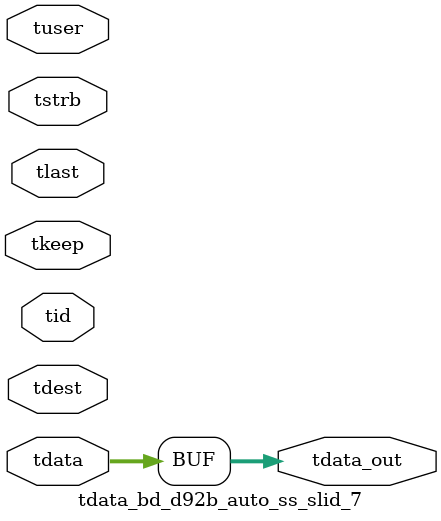
<source format=v>


`timescale 1ps/1ps

module tdata_bd_d92b_auto_ss_slid_7 #
(
parameter C_S_AXIS_TDATA_WIDTH = 32,
parameter C_S_AXIS_TUSER_WIDTH = 0,
parameter C_S_AXIS_TID_WIDTH   = 0,
parameter C_S_AXIS_TDEST_WIDTH = 0,
parameter C_M_AXIS_TDATA_WIDTH = 32
)
(
input  [(C_S_AXIS_TDATA_WIDTH == 0 ? 1 : C_S_AXIS_TDATA_WIDTH)-1:0     ] tdata,
input  [(C_S_AXIS_TUSER_WIDTH == 0 ? 1 : C_S_AXIS_TUSER_WIDTH)-1:0     ] tuser,
input  [(C_S_AXIS_TID_WIDTH   == 0 ? 1 : C_S_AXIS_TID_WIDTH)-1:0       ] tid,
input  [(C_S_AXIS_TDEST_WIDTH == 0 ? 1 : C_S_AXIS_TDEST_WIDTH)-1:0     ] tdest,
input  [(C_S_AXIS_TDATA_WIDTH/8)-1:0 ] tkeep,
input  [(C_S_AXIS_TDATA_WIDTH/8)-1:0 ] tstrb,
input                                                                    tlast,
output [C_M_AXIS_TDATA_WIDTH-1:0] tdata_out
);

assign tdata_out = {tdata[63:0]};

endmodule


</source>
